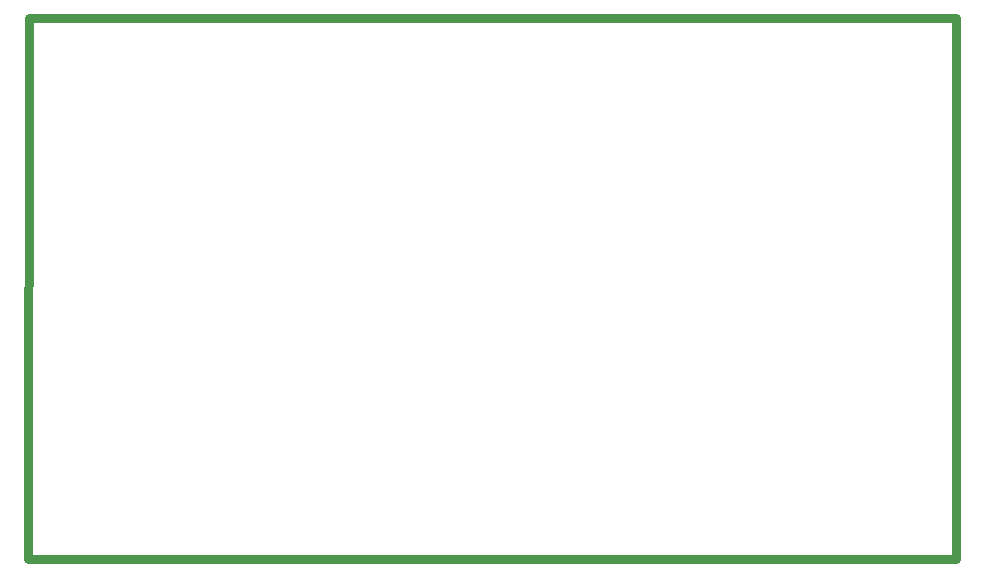
<source format=gbr>
G04 EAGLE Gerber RS-274X export*
G75*
%MOMM*%
%FSLAX34Y34*%
%LPD*%
%INSlot drill/holes/outline*%
%IPPOS*%
%AMOC8*
5,1,8,0,0,1.08239X$1,22.5*%
G01*
%ADD10C,0.762000*%


D10*
X1016Y-206126D02*
X786511Y-206126D01*
X787156Y251348D01*
X1661Y251993D01*
X1016Y-206126D01*
M02*

</source>
